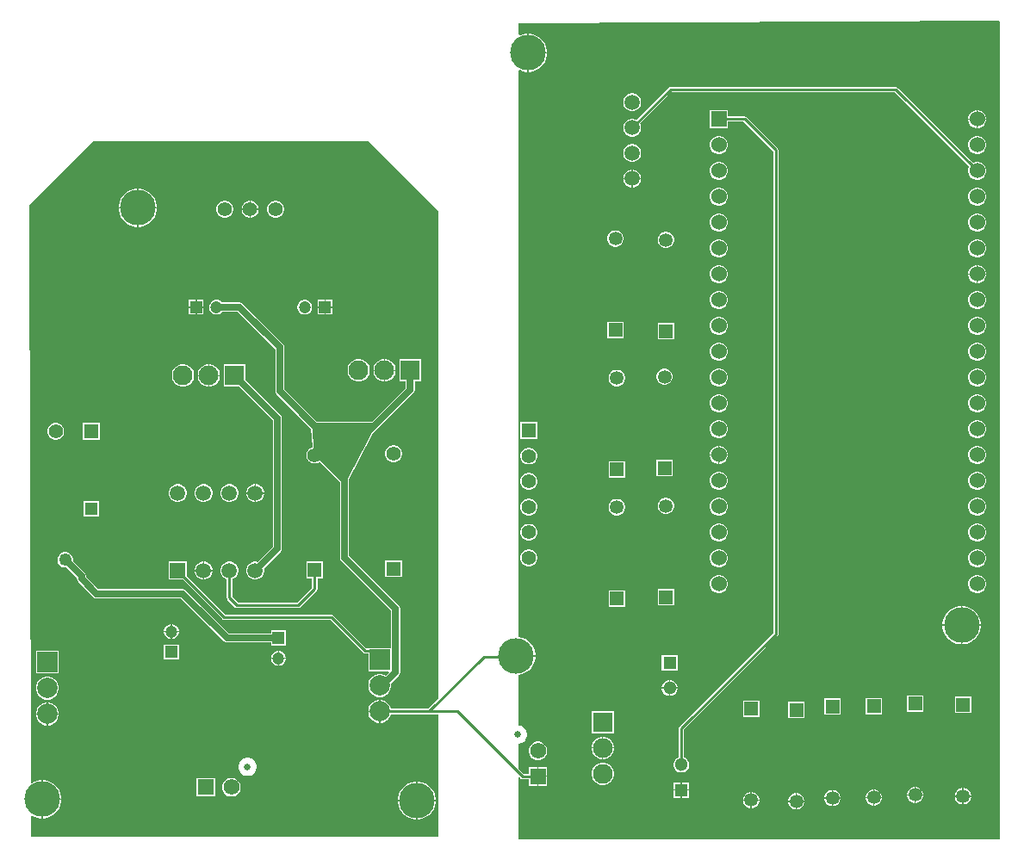
<source format=gbr>
G04*
G04 #@! TF.GenerationSoftware,Altium Limited,Altium Designer,23.8.1 (32)*
G04*
G04 Layer_Physical_Order=2*
G04 Layer_Color=16711680*
%FSLAX44Y44*%
%MOMM*%
G71*
G04*
G04 #@! TF.SameCoordinates,B6B44BCC-8F3F-42C6-BD7A-2A87D95AF342*
G04*
G04*
G04 #@! TF.FilePolarity,Positive*
G04*
G01*
G75*
%ADD16C,0.2540*%
%ADD27R,2.0000X2.0000*%
%ADD28C,2.0000*%
%ADD30R,1.2500X1.2500*%
%ADD31C,1.2500*%
%ADD32R,1.4000X1.4000*%
%ADD33C,1.4000*%
%ADD37R,1.2000X1.2000*%
%ADD38C,1.2000*%
%ADD41R,1.2000X1.2000*%
%ADD46C,0.6350*%
%ADD47R,1.3500X1.3500*%
%ADD48C,1.3500*%
%ADD49C,1.3000*%
%ADD50R,1.3000X1.3000*%
%ADD51R,1.5300X1.5300*%
%ADD52C,1.5300*%
%ADD53C,3.5000*%
%ADD54R,1.9350X1.9350*%
%ADD55C,1.9350*%
%ADD56R,1.4000X1.4000*%
%ADD57R,1.5750X1.5750*%
%ADD58C,1.5750*%
%ADD59C,0.6500*%
%ADD60C,1.5000*%
%ADD61R,1.5000X1.5000*%
%ADD62R,1.9350X1.9350*%
%ADD63R,1.5750X1.5750*%
G36*
X1248911Y1072543D02*
Y267970D01*
X775970D01*
Y328688D01*
X777143Y329174D01*
X777949Y328369D01*
X778789Y327807D01*
X779780Y327610D01*
X785875D01*
Y321055D01*
X794385D01*
Y330200D01*
Y339345D01*
X785875D01*
Y332790D01*
X780853D01*
X775970Y337673D01*
Y362200D01*
X776205D01*
X778494Y362813D01*
X780546Y363998D01*
X782222Y365674D01*
X783407Y367726D01*
X784020Y370015D01*
Y372385D01*
X783407Y374674D01*
X782222Y376726D01*
X780546Y378402D01*
X778494Y379587D01*
X776205Y380200D01*
X775970D01*
Y429926D01*
X779215Y430571D01*
X782631Y431986D01*
X785705Y434040D01*
X788319Y436655D01*
X790374Y439729D01*
X791789Y443145D01*
X792510Y446771D01*
Y447985D01*
X773740D01*
Y449255D01*
X792510D01*
Y450469D01*
X791789Y454095D01*
X790374Y457511D01*
X788319Y460585D01*
X785705Y463200D01*
X782631Y465254D01*
X779215Y466669D01*
X775970Y467314D01*
Y1023829D01*
X777240Y1024678D01*
X779695Y1023661D01*
X783321Y1022940D01*
X784535D01*
Y1041710D01*
Y1060480D01*
X783321D01*
X779695Y1059759D01*
X777240Y1058742D01*
X775970Y1059590D01*
Y1070595D01*
X1248010Y1073438D01*
X1248911Y1072543D01*
D02*
G37*
G36*
X697230Y886460D02*
Y407032D01*
X686697Y396500D01*
X650368D01*
X649897Y398260D01*
X648413Y400830D01*
X646315Y402928D01*
X643745Y404412D01*
X640879Y405180D01*
X640030D01*
Y393910D01*
Y382640D01*
X640879D01*
X643745Y383408D01*
X646315Y384892D01*
X648413Y386990D01*
X649897Y389560D01*
X650368Y391320D01*
X697230D01*
Y270510D01*
X296545D01*
X296501Y291177D01*
X297620Y291777D01*
X298759Y291016D01*
X302175Y289601D01*
X305801Y288880D01*
X307015D01*
Y307650D01*
Y326420D01*
X305801D01*
X302175Y325699D01*
X298759Y324284D01*
X297551Y323476D01*
X296430Y324074D01*
X295211Y892111D01*
X358140Y955040D01*
X628650D01*
X697230Y886460D01*
D02*
G37*
%LPC*%
G36*
X787019Y1060480D02*
X785805D01*
Y1042345D01*
X803940D01*
Y1043559D01*
X803219Y1047185D01*
X801804Y1050601D01*
X799750Y1053675D01*
X797135Y1056290D01*
X794061Y1058344D01*
X790645Y1059759D01*
X787019Y1060480D01*
D02*
G37*
G36*
X803940Y1041075D02*
X785805D01*
Y1022940D01*
X787019D01*
X790645Y1023661D01*
X794061Y1025076D01*
X797135Y1027130D01*
X799750Y1029745D01*
X801804Y1032819D01*
X803219Y1036235D01*
X803940Y1039861D01*
Y1041075D01*
D02*
G37*
G36*
X888885Y1001910D02*
X886575D01*
X884345Y1001312D01*
X882345Y1000158D01*
X880712Y998525D01*
X879558Y996525D01*
X878960Y994295D01*
Y991985D01*
X879558Y989755D01*
X880712Y987755D01*
X882345Y986122D01*
X884345Y984968D01*
X886575Y984370D01*
X888885D01*
X891115Y984968D01*
X893115Y986122D01*
X894748Y987755D01*
X895902Y989755D01*
X896500Y991985D01*
Y994295D01*
X895902Y996525D01*
X894748Y998525D01*
X893115Y1000158D01*
X891115Y1001312D01*
X888885Y1001910D01*
D02*
G37*
G36*
X1227994Y985450D02*
X1227455D01*
Y977165D01*
X1235740D01*
Y977704D01*
X1235132Y979973D01*
X1233958Y982007D01*
X1232297Y983668D01*
X1230263Y984842D01*
X1227994Y985450D01*
D02*
G37*
G36*
X1226185D02*
X1225646D01*
X1223377Y984842D01*
X1221343Y983668D01*
X1219682Y982007D01*
X1218508Y979973D01*
X1217900Y977704D01*
Y977165D01*
X1226185D01*
Y985450D01*
D02*
G37*
G36*
X1235740Y975895D02*
X1227455D01*
Y967610D01*
X1227994D01*
X1230263Y968218D01*
X1232297Y969392D01*
X1233958Y971053D01*
X1235132Y973087D01*
X1235740Y975356D01*
Y975895D01*
D02*
G37*
G36*
X1226185D02*
X1217900D01*
Y975356D01*
X1218508Y973087D01*
X1219682Y971053D01*
X1221343Y969392D01*
X1223377Y968218D01*
X1225646Y967610D01*
X1226185D01*
Y975895D01*
D02*
G37*
G36*
X1227994Y960050D02*
X1225646D01*
X1223377Y959442D01*
X1221343Y958268D01*
X1219682Y956607D01*
X1218508Y954573D01*
X1217900Y952304D01*
Y949956D01*
X1218508Y947687D01*
X1219682Y945653D01*
X1221343Y943992D01*
X1223377Y942818D01*
X1225646Y942210D01*
X1227994D01*
X1230263Y942818D01*
X1232297Y943992D01*
X1233958Y945653D01*
X1235132Y947687D01*
X1235740Y949956D01*
Y952304D01*
X1235132Y954573D01*
X1233958Y956607D01*
X1232297Y958268D01*
X1230263Y959442D01*
X1227994Y960050D01*
D02*
G37*
G36*
X973994D02*
X971646D01*
X969377Y959442D01*
X967343Y958268D01*
X965682Y956607D01*
X964508Y954573D01*
X963900Y952304D01*
Y949956D01*
X964508Y947687D01*
X965682Y945653D01*
X967343Y943992D01*
X969377Y942818D01*
X971646Y942210D01*
X973994D01*
X976263Y942818D01*
X978297Y943992D01*
X979958Y945653D01*
X981132Y947687D01*
X981740Y949956D01*
Y952304D01*
X981132Y954573D01*
X979958Y956607D01*
X978297Y958268D01*
X976263Y959442D01*
X973994Y960050D01*
D02*
G37*
G36*
X888885Y951910D02*
X886575D01*
X884345Y951312D01*
X882345Y950158D01*
X880712Y948525D01*
X879558Y946525D01*
X878960Y944295D01*
Y941985D01*
X879558Y939755D01*
X880712Y937755D01*
X882345Y936122D01*
X884345Y934968D01*
X886575Y934370D01*
X888885D01*
X891115Y934968D01*
X893115Y936122D01*
X894748Y937755D01*
X895902Y939755D01*
X896500Y941985D01*
Y944295D01*
X895902Y946525D01*
X894748Y948525D01*
X893115Y950158D01*
X891115Y951312D01*
X888885Y951910D01*
D02*
G37*
G36*
Y926910D02*
X888365D01*
Y918775D01*
X896500D01*
Y919295D01*
X895902Y921525D01*
X894748Y923525D01*
X893115Y925158D01*
X891115Y926312D01*
X888885Y926910D01*
D02*
G37*
G36*
X887095D02*
X886575D01*
X884345Y926312D01*
X882345Y925158D01*
X880712Y923525D01*
X879558Y921525D01*
X878960Y919295D01*
Y918775D01*
X887095D01*
Y926910D01*
D02*
G37*
G36*
X1146710Y1008430D02*
X925430D01*
X924439Y1008233D01*
X923599Y1007671D01*
X891828Y975901D01*
X891115Y976312D01*
X888885Y976910D01*
X886575D01*
X884345Y976312D01*
X882345Y975158D01*
X880712Y973525D01*
X879558Y971525D01*
X878960Y969295D01*
Y966985D01*
X879558Y964755D01*
X880712Y962755D01*
X882345Y961122D01*
X884345Y959968D01*
X886575Y959370D01*
X888885D01*
X891115Y959968D01*
X893115Y961122D01*
X894748Y962755D01*
X895902Y964755D01*
X896500Y966985D01*
Y969295D01*
X895902Y971525D01*
X895491Y972238D01*
X926503Y1003250D01*
X1145637D01*
X1218950Y929938D01*
X1218508Y929173D01*
X1217900Y926904D01*
Y924556D01*
X1218508Y922287D01*
X1219682Y920253D01*
X1221343Y918592D01*
X1223377Y917418D01*
X1225646Y916810D01*
X1227994D01*
X1230263Y917418D01*
X1232297Y918592D01*
X1233958Y920253D01*
X1235132Y922287D01*
X1235740Y924556D01*
Y926904D01*
X1235132Y929173D01*
X1233958Y931207D01*
X1232297Y932868D01*
X1230263Y934042D01*
X1227994Y934650D01*
X1225646D01*
X1223377Y934042D01*
X1222612Y933600D01*
X1148541Y1007671D01*
X1147701Y1008233D01*
X1146710Y1008430D01*
D02*
G37*
G36*
X973994Y934650D02*
X971646D01*
X969377Y934042D01*
X967343Y932868D01*
X965682Y931207D01*
X964508Y929173D01*
X963900Y926904D01*
Y924556D01*
X964508Y922287D01*
X965682Y920253D01*
X967343Y918592D01*
X969377Y917418D01*
X971646Y916810D01*
X973994D01*
X976263Y917418D01*
X978297Y918592D01*
X979958Y920253D01*
X981132Y922287D01*
X981740Y924556D01*
Y926904D01*
X981132Y929173D01*
X979958Y931207D01*
X978297Y932868D01*
X976263Y934042D01*
X973994Y934650D01*
D02*
G37*
G36*
X896500Y917505D02*
X888365D01*
Y909370D01*
X888885D01*
X891115Y909968D01*
X893115Y911122D01*
X894748Y912755D01*
X895902Y914755D01*
X896500Y916985D01*
Y917505D01*
D02*
G37*
G36*
X887095D02*
X878960D01*
Y916985D01*
X879558Y914755D01*
X880712Y912755D01*
X882345Y911122D01*
X884345Y909968D01*
X886575Y909370D01*
X887095D01*
Y917505D01*
D02*
G37*
G36*
X1227994Y909250D02*
X1225646D01*
X1223377Y908642D01*
X1221343Y907468D01*
X1219682Y905807D01*
X1218508Y903773D01*
X1217900Y901504D01*
Y899156D01*
X1218508Y896887D01*
X1219682Y894853D01*
X1221343Y893192D01*
X1223377Y892018D01*
X1225646Y891410D01*
X1227994D01*
X1230263Y892018D01*
X1232297Y893192D01*
X1233958Y894853D01*
X1235132Y896887D01*
X1235740Y899156D01*
Y901504D01*
X1235132Y903773D01*
X1233958Y905807D01*
X1232297Y907468D01*
X1230263Y908642D01*
X1227994Y909250D01*
D02*
G37*
G36*
X973994D02*
X971646D01*
X969377Y908642D01*
X967343Y907468D01*
X965682Y905807D01*
X964508Y903773D01*
X963900Y901504D01*
Y899156D01*
X964508Y896887D01*
X965682Y894853D01*
X967343Y893192D01*
X969377Y892018D01*
X971646Y891410D01*
X973994D01*
X976263Y892018D01*
X978297Y893192D01*
X979958Y894853D01*
X981132Y896887D01*
X981740Y899156D01*
Y901504D01*
X981132Y903773D01*
X979958Y905807D01*
X978297Y907468D01*
X976263Y908642D01*
X973994Y909250D01*
D02*
G37*
G36*
X1227994Y883850D02*
X1225646D01*
X1223377Y883242D01*
X1221343Y882068D01*
X1219682Y880407D01*
X1218508Y878373D01*
X1217900Y876104D01*
Y873756D01*
X1218508Y871487D01*
X1219682Y869453D01*
X1221343Y867792D01*
X1223377Y866618D01*
X1225646Y866010D01*
X1227994D01*
X1230263Y866618D01*
X1232297Y867792D01*
X1233958Y869453D01*
X1235132Y871487D01*
X1235740Y873756D01*
Y876104D01*
X1235132Y878373D01*
X1233958Y880407D01*
X1232297Y882068D01*
X1230263Y883242D01*
X1227994Y883850D01*
D02*
G37*
G36*
X973994D02*
X971646D01*
X969377Y883242D01*
X967343Y882068D01*
X965682Y880407D01*
X964508Y878373D01*
X963900Y876104D01*
Y873756D01*
X964508Y871487D01*
X965682Y869453D01*
X967343Y867792D01*
X969377Y866618D01*
X971646Y866010D01*
X973994D01*
X976263Y866618D01*
X978297Y867792D01*
X979958Y869453D01*
X981132Y871487D01*
X981740Y873756D01*
Y876104D01*
X981132Y878373D01*
X979958Y880407D01*
X978297Y882068D01*
X976263Y883242D01*
X973994Y883850D01*
D02*
G37*
G36*
X872276Y867090D02*
X870164D01*
X868124Y866544D01*
X866296Y865488D01*
X864802Y863994D01*
X863746Y862166D01*
X863200Y860126D01*
Y858014D01*
X863746Y855974D01*
X864802Y854146D01*
X866296Y852652D01*
X868124Y851597D01*
X870164Y851050D01*
X872276D01*
X874316Y851597D01*
X876144Y852652D01*
X877638Y854146D01*
X878693Y855974D01*
X879240Y858014D01*
Y860126D01*
X878693Y862166D01*
X877638Y863994D01*
X876144Y865488D01*
X874316Y866544D01*
X872276Y867090D01*
D02*
G37*
G36*
X921806Y865820D02*
X919694D01*
X917654Y865274D01*
X915826Y864218D01*
X914332Y862724D01*
X913277Y860896D01*
X912730Y858856D01*
Y856744D01*
X913277Y854704D01*
X914332Y852876D01*
X915826Y851382D01*
X917654Y850327D01*
X919694Y849780D01*
X921806D01*
X923846Y850327D01*
X925674Y851382D01*
X927168Y852876D01*
X928223Y854704D01*
X928770Y856744D01*
Y858856D01*
X928223Y860896D01*
X927168Y862724D01*
X925674Y864218D01*
X923846Y865274D01*
X921806Y865820D01*
D02*
G37*
G36*
X1227994Y858450D02*
X1225646D01*
X1223377Y857842D01*
X1221343Y856668D01*
X1219682Y855007D01*
X1218508Y852973D01*
X1217900Y850704D01*
Y848356D01*
X1218508Y846087D01*
X1219682Y844053D01*
X1221343Y842392D01*
X1223377Y841218D01*
X1225646Y840610D01*
X1227994D01*
X1230263Y841218D01*
X1232297Y842392D01*
X1233958Y844053D01*
X1235132Y846087D01*
X1235740Y848356D01*
Y850704D01*
X1235132Y852973D01*
X1233958Y855007D01*
X1232297Y856668D01*
X1230263Y857842D01*
X1227994Y858450D01*
D02*
G37*
G36*
X973994D02*
X971646D01*
X969377Y857842D01*
X967343Y856668D01*
X965682Y855007D01*
X964508Y852973D01*
X963900Y850704D01*
Y848356D01*
X964508Y846087D01*
X965682Y844053D01*
X967343Y842392D01*
X969377Y841218D01*
X971646Y840610D01*
X973994D01*
X976263Y841218D01*
X978297Y842392D01*
X979958Y844053D01*
X981132Y846087D01*
X981740Y848356D01*
Y850704D01*
X981132Y852973D01*
X979958Y855007D01*
X978297Y856668D01*
X976263Y857842D01*
X973994Y858450D01*
D02*
G37*
G36*
X1227994Y833050D02*
X1227455D01*
Y824765D01*
X1235740D01*
Y825304D01*
X1235132Y827573D01*
X1233958Y829607D01*
X1232297Y831268D01*
X1230263Y832442D01*
X1227994Y833050D01*
D02*
G37*
G36*
X1226185D02*
X1225646D01*
X1223377Y832442D01*
X1221343Y831268D01*
X1219682Y829607D01*
X1218508Y827573D01*
X1217900Y825304D01*
Y824765D01*
X1226185D01*
Y833050D01*
D02*
G37*
G36*
X1235740Y823495D02*
X1227455D01*
Y815210D01*
X1227994D01*
X1230263Y815818D01*
X1232297Y816992D01*
X1233958Y818653D01*
X1235132Y820687D01*
X1235740Y822956D01*
Y823495D01*
D02*
G37*
G36*
X1226185D02*
X1217900D01*
Y822956D01*
X1218508Y820687D01*
X1219682Y818653D01*
X1221343Y816992D01*
X1223377Y815818D01*
X1225646Y815210D01*
X1226185D01*
Y823495D01*
D02*
G37*
G36*
X973994Y833050D02*
X971646D01*
X969377Y832442D01*
X967343Y831268D01*
X965682Y829607D01*
X964508Y827573D01*
X963900Y825304D01*
Y822956D01*
X964508Y820687D01*
X965682Y818653D01*
X967343Y816992D01*
X969377Y815818D01*
X971646Y815210D01*
X973994D01*
X976263Y815818D01*
X978297Y816992D01*
X979958Y818653D01*
X981132Y820687D01*
X981740Y822956D01*
Y825304D01*
X981132Y827573D01*
X979958Y829607D01*
X978297Y831268D01*
X976263Y832442D01*
X973994Y833050D01*
D02*
G37*
G36*
X1227994Y807650D02*
X1225646D01*
X1223377Y807042D01*
X1221343Y805868D01*
X1219682Y804207D01*
X1218508Y802173D01*
X1217900Y799904D01*
Y797556D01*
X1218508Y795287D01*
X1219682Y793253D01*
X1221343Y791592D01*
X1223377Y790418D01*
X1225646Y789810D01*
X1227994D01*
X1230263Y790418D01*
X1232297Y791592D01*
X1233958Y793253D01*
X1235132Y795287D01*
X1235740Y797556D01*
Y799904D01*
X1235132Y802173D01*
X1233958Y804207D01*
X1232297Y805868D01*
X1230263Y807042D01*
X1227994Y807650D01*
D02*
G37*
G36*
X973994D02*
X971646D01*
X969377Y807042D01*
X967343Y805868D01*
X965682Y804207D01*
X964508Y802173D01*
X963900Y799904D01*
Y797556D01*
X964508Y795287D01*
X965682Y793253D01*
X967343Y791592D01*
X969377Y790418D01*
X971646Y789810D01*
X973994D01*
X976263Y790418D01*
X978297Y791592D01*
X979958Y793253D01*
X981132Y795287D01*
X981740Y797556D01*
Y799904D01*
X981132Y802173D01*
X979958Y804207D01*
X978297Y805868D01*
X976263Y807042D01*
X973994Y807650D01*
D02*
G37*
G36*
X1227994Y782250D02*
X1225646D01*
X1223377Y781642D01*
X1221343Y780468D01*
X1219682Y778807D01*
X1218508Y776773D01*
X1217900Y774504D01*
Y772156D01*
X1218508Y769887D01*
X1219682Y767853D01*
X1221343Y766192D01*
X1223377Y765018D01*
X1225646Y764410D01*
X1227994D01*
X1230263Y765018D01*
X1232297Y766192D01*
X1233958Y767853D01*
X1235132Y769887D01*
X1235740Y772156D01*
Y774504D01*
X1235132Y776773D01*
X1233958Y778807D01*
X1232297Y780468D01*
X1230263Y781642D01*
X1227994Y782250D01*
D02*
G37*
G36*
X973994D02*
X971646D01*
X969377Y781642D01*
X967343Y780468D01*
X965682Y778807D01*
X964508Y776773D01*
X963900Y774504D01*
Y772156D01*
X964508Y769887D01*
X965682Y767853D01*
X967343Y766192D01*
X969377Y765018D01*
X971646Y764410D01*
X973994D01*
X976263Y765018D01*
X978297Y766192D01*
X979958Y767853D01*
X981132Y769887D01*
X981740Y772156D01*
Y774504D01*
X981132Y776773D01*
X979958Y778807D01*
X978297Y780468D01*
X976263Y781642D01*
X973994Y782250D01*
D02*
G37*
G36*
X879240Y777090D02*
X863200D01*
Y761050D01*
X879240D01*
Y777090D01*
D02*
G37*
G36*
X928770Y775820D02*
X912730D01*
Y759780D01*
X928770D01*
Y775820D01*
D02*
G37*
G36*
X1227994Y756850D02*
X1225646D01*
X1223377Y756242D01*
X1221343Y755068D01*
X1219682Y753407D01*
X1218508Y751373D01*
X1217900Y749104D01*
Y746756D01*
X1218508Y744487D01*
X1219682Y742453D01*
X1221343Y740792D01*
X1223377Y739618D01*
X1225646Y739010D01*
X1227994D01*
X1230263Y739618D01*
X1232297Y740792D01*
X1233958Y742453D01*
X1235132Y744487D01*
X1235740Y746756D01*
Y749104D01*
X1235132Y751373D01*
X1233958Y753407D01*
X1232297Y755068D01*
X1230263Y756242D01*
X1227994Y756850D01*
D02*
G37*
G36*
X973994D02*
X971646D01*
X969377Y756242D01*
X967343Y755068D01*
X965682Y753407D01*
X964508Y751373D01*
X963900Y749104D01*
Y746756D01*
X964508Y744487D01*
X965682Y742453D01*
X967343Y740792D01*
X969377Y739618D01*
X971646Y739010D01*
X973994D01*
X976263Y739618D01*
X978297Y740792D01*
X979958Y742453D01*
X981132Y744487D01*
X981740Y746756D01*
Y749104D01*
X981132Y751373D01*
X979958Y753407D01*
X978297Y755068D01*
X976263Y756242D01*
X973994Y756850D01*
D02*
G37*
G36*
X920536Y731200D02*
X918424D01*
X916384Y730654D01*
X914556Y729598D01*
X913062Y728104D01*
X912007Y726276D01*
X911460Y724236D01*
Y722124D01*
X912007Y720084D01*
X913062Y718256D01*
X914556Y716762D01*
X916384Y715706D01*
X918424Y715160D01*
X920536D01*
X922576Y715706D01*
X924404Y716762D01*
X925898Y718256D01*
X926954Y720084D01*
X927500Y722124D01*
Y724236D01*
X926954Y726276D01*
X925898Y728104D01*
X924404Y729598D01*
X922576Y730654D01*
X920536Y731200D01*
D02*
G37*
G36*
X873546Y729930D02*
X871434D01*
X869394Y729383D01*
X867566Y728328D01*
X866072Y726834D01*
X865016Y725006D01*
X864470Y722966D01*
Y720854D01*
X865016Y718814D01*
X866072Y716986D01*
X867566Y715492D01*
X869394Y714436D01*
X871434Y713890D01*
X873546D01*
X875586Y714436D01*
X877414Y715492D01*
X878908Y716986D01*
X879964Y718814D01*
X880510Y720854D01*
Y722966D01*
X879964Y725006D01*
X878908Y726834D01*
X877414Y728328D01*
X875586Y729383D01*
X873546Y729930D01*
D02*
G37*
G36*
X1227994Y731450D02*
X1225646D01*
X1223377Y730842D01*
X1221343Y729668D01*
X1219682Y728007D01*
X1218508Y725973D01*
X1217900Y723704D01*
Y721356D01*
X1218508Y719087D01*
X1219682Y717053D01*
X1221343Y715392D01*
X1223377Y714218D01*
X1225646Y713610D01*
X1227994D01*
X1230263Y714218D01*
X1232297Y715392D01*
X1233958Y717053D01*
X1235132Y719087D01*
X1235740Y721356D01*
Y723704D01*
X1235132Y725973D01*
X1233958Y728007D01*
X1232297Y729668D01*
X1230263Y730842D01*
X1227994Y731450D01*
D02*
G37*
G36*
X973994D02*
X971646D01*
X969377Y730842D01*
X967343Y729668D01*
X965682Y728007D01*
X964508Y725973D01*
X963900Y723704D01*
Y721356D01*
X964508Y719087D01*
X965682Y717053D01*
X967343Y715392D01*
X969377Y714218D01*
X971646Y713610D01*
X973994D01*
X976263Y714218D01*
X978297Y715392D01*
X979958Y717053D01*
X981132Y719087D01*
X981740Y721356D01*
Y723704D01*
X981132Y725973D01*
X979958Y728007D01*
X978297Y729668D01*
X976263Y730842D01*
X973994Y731450D01*
D02*
G37*
G36*
X1227994Y706050D02*
X1225646D01*
X1223377Y705442D01*
X1221343Y704268D01*
X1219682Y702607D01*
X1218508Y700573D01*
X1217900Y698304D01*
Y695956D01*
X1218508Y693687D01*
X1219682Y691653D01*
X1221343Y689992D01*
X1223377Y688818D01*
X1225646Y688210D01*
X1227994D01*
X1230263Y688818D01*
X1232297Y689992D01*
X1233958Y691653D01*
X1235132Y693687D01*
X1235740Y695956D01*
Y698304D01*
X1235132Y700573D01*
X1233958Y702607D01*
X1232297Y704268D01*
X1230263Y705442D01*
X1227994Y706050D01*
D02*
G37*
G36*
X973994D02*
X971646D01*
X969377Y705442D01*
X967343Y704268D01*
X965682Y702607D01*
X964508Y700573D01*
X963900Y698304D01*
Y695956D01*
X964508Y693687D01*
X965682Y691653D01*
X967343Y689992D01*
X969377Y688818D01*
X971646Y688210D01*
X973994D01*
X976263Y688818D01*
X978297Y689992D01*
X979958Y691653D01*
X981132Y693687D01*
X981740Y695956D01*
Y698304D01*
X981132Y700573D01*
X979958Y702607D01*
X978297Y704268D01*
X976263Y705442D01*
X973994Y706050D01*
D02*
G37*
G36*
X1227994Y680650D02*
X1225646D01*
X1223377Y680042D01*
X1221343Y678868D01*
X1219682Y677207D01*
X1218508Y675173D01*
X1217900Y672904D01*
Y670556D01*
X1218508Y668287D01*
X1219682Y666253D01*
X1221343Y664592D01*
X1223377Y663418D01*
X1225646Y662810D01*
X1227994D01*
X1230263Y663418D01*
X1232297Y664592D01*
X1233958Y666253D01*
X1235132Y668287D01*
X1235740Y670556D01*
Y672904D01*
X1235132Y675173D01*
X1233958Y677207D01*
X1232297Y678868D01*
X1230263Y680042D01*
X1227994Y680650D01*
D02*
G37*
G36*
X973994D02*
X971646D01*
X969377Y680042D01*
X967343Y678868D01*
X965682Y677207D01*
X964508Y675173D01*
X963900Y672904D01*
Y670556D01*
X964508Y668287D01*
X965682Y666253D01*
X967343Y664592D01*
X969377Y663418D01*
X971646Y662810D01*
X973994D01*
X976263Y663418D01*
X978297Y664592D01*
X979958Y666253D01*
X981132Y668287D01*
X981740Y670556D01*
Y672904D01*
X981132Y675173D01*
X979958Y677207D01*
X978297Y678868D01*
X976263Y680042D01*
X973994Y680650D01*
D02*
G37*
G36*
X794400Y678430D02*
X777860D01*
Y661890D01*
X794400D01*
Y678430D01*
D02*
G37*
G36*
X973994Y655250D02*
X973455D01*
Y646965D01*
X981740D01*
Y647504D01*
X981132Y649773D01*
X979958Y651807D01*
X978297Y653468D01*
X976263Y654642D01*
X973994Y655250D01*
D02*
G37*
G36*
X972185D02*
X971646D01*
X969377Y654642D01*
X967343Y653468D01*
X965682Y651807D01*
X964508Y649773D01*
X963900Y647504D01*
Y646965D01*
X972185D01*
Y655250D01*
D02*
G37*
G36*
X1227994D02*
X1225646D01*
X1223377Y654642D01*
X1221343Y653468D01*
X1219682Y651807D01*
X1218508Y649773D01*
X1217900Y647504D01*
Y645156D01*
X1218508Y642887D01*
X1219682Y640853D01*
X1221343Y639192D01*
X1223377Y638018D01*
X1225646Y637410D01*
X1227994D01*
X1230263Y638018D01*
X1232297Y639192D01*
X1233958Y640853D01*
X1235132Y642887D01*
X1235740Y645156D01*
Y647504D01*
X1235132Y649773D01*
X1233958Y651807D01*
X1232297Y653468D01*
X1230263Y654642D01*
X1227994Y655250D01*
D02*
G37*
G36*
X981740Y645695D02*
X973455D01*
Y637410D01*
X973994D01*
X976263Y638018D01*
X978297Y639192D01*
X979958Y640853D01*
X981132Y642887D01*
X981740Y645156D01*
Y645695D01*
D02*
G37*
G36*
X972185D02*
X963900D01*
Y645156D01*
X964508Y642887D01*
X965682Y640853D01*
X967343Y639192D01*
X969377Y638018D01*
X971646Y637410D01*
X972185D01*
Y645695D01*
D02*
G37*
G36*
X787219Y653430D02*
X785041D01*
X782938Y652866D01*
X781052Y651778D01*
X779512Y650238D01*
X778424Y648352D01*
X777860Y646249D01*
Y644071D01*
X778424Y641968D01*
X779512Y640082D01*
X781052Y638542D01*
X782938Y637454D01*
X785041Y636890D01*
X787219D01*
X789322Y637454D01*
X791208Y638542D01*
X792748Y640082D01*
X793836Y641968D01*
X794400Y644071D01*
Y646249D01*
X793836Y648352D01*
X792748Y650238D01*
X791208Y651778D01*
X789322Y652866D01*
X787219Y653430D01*
D02*
G37*
G36*
X927500Y641200D02*
X911460D01*
Y625160D01*
X927500D01*
Y641200D01*
D02*
G37*
G36*
X880510Y639930D02*
X864470D01*
Y623890D01*
X880510D01*
Y639930D01*
D02*
G37*
G36*
X1227994Y629850D02*
X1225646D01*
X1223377Y629242D01*
X1221343Y628068D01*
X1219682Y626407D01*
X1218508Y624373D01*
X1217900Y622104D01*
Y619756D01*
X1218508Y617487D01*
X1219682Y615453D01*
X1221343Y613792D01*
X1223377Y612618D01*
X1225646Y612010D01*
X1227994D01*
X1230263Y612618D01*
X1232297Y613792D01*
X1233958Y615453D01*
X1235132Y617487D01*
X1235740Y619756D01*
Y622104D01*
X1235132Y624373D01*
X1233958Y626407D01*
X1232297Y628068D01*
X1230263Y629242D01*
X1227994Y629850D01*
D02*
G37*
G36*
X973994D02*
X971646D01*
X969377Y629242D01*
X967343Y628068D01*
X965682Y626407D01*
X964508Y624373D01*
X963900Y622104D01*
Y619756D01*
X964508Y617487D01*
X965682Y615453D01*
X967343Y613792D01*
X969377Y612618D01*
X971646Y612010D01*
X973994D01*
X976263Y612618D01*
X978297Y613792D01*
X979958Y615453D01*
X981132Y617487D01*
X981740Y619756D01*
Y622104D01*
X981132Y624373D01*
X979958Y626407D01*
X978297Y628068D01*
X976263Y629242D01*
X973994Y629850D01*
D02*
G37*
G36*
X787219Y628430D02*
X785041D01*
X782938Y627866D01*
X781052Y626778D01*
X779512Y625238D01*
X778424Y623352D01*
X777860Y621249D01*
Y619071D01*
X778424Y616968D01*
X779512Y615082D01*
X781052Y613542D01*
X782938Y612454D01*
X785041Y611890D01*
X787219D01*
X789322Y612454D01*
X791208Y613542D01*
X792748Y615082D01*
X793836Y616968D01*
X794400Y619071D01*
Y621249D01*
X793836Y623352D01*
X792748Y625238D01*
X791208Y626778D01*
X789322Y627866D01*
X787219Y628430D01*
D02*
G37*
G36*
X921806Y604200D02*
X919694D01*
X917654Y603653D01*
X915826Y602598D01*
X914332Y601104D01*
X913277Y599276D01*
X912730Y597236D01*
Y595124D01*
X913277Y593084D01*
X914332Y591256D01*
X915826Y589762D01*
X917654Y588707D01*
X919694Y588160D01*
X921806D01*
X923846Y588707D01*
X925674Y589762D01*
X927168Y591256D01*
X928223Y593084D01*
X928770Y595124D01*
Y597236D01*
X928223Y599276D01*
X927168Y601104D01*
X925674Y602598D01*
X923846Y603653D01*
X921806Y604200D01*
D02*
G37*
G36*
X873546Y602930D02*
X871434D01*
X869394Y602383D01*
X867566Y601328D01*
X866072Y599834D01*
X865016Y598006D01*
X864470Y595966D01*
Y593854D01*
X865016Y591814D01*
X866072Y589986D01*
X867566Y588492D01*
X869394Y587436D01*
X871434Y586890D01*
X873546D01*
X875586Y587436D01*
X877414Y588492D01*
X878908Y589986D01*
X879964Y591814D01*
X880510Y593854D01*
Y595966D01*
X879964Y598006D01*
X878908Y599834D01*
X877414Y601328D01*
X875586Y602383D01*
X873546Y602930D01*
D02*
G37*
G36*
X787219Y603430D02*
X785041D01*
X782938Y602866D01*
X781052Y601778D01*
X779512Y600238D01*
X778424Y598352D01*
X777860Y596249D01*
Y594071D01*
X778424Y591968D01*
X779512Y590082D01*
X781052Y588542D01*
X782938Y587454D01*
X785041Y586890D01*
X787219D01*
X789322Y587454D01*
X791208Y588542D01*
X792748Y590082D01*
X793836Y591968D01*
X794400Y594071D01*
Y596249D01*
X793836Y598352D01*
X792748Y600238D01*
X791208Y601778D01*
X789322Y602866D01*
X787219Y603430D01*
D02*
G37*
G36*
X1227994Y604450D02*
X1225646D01*
X1223377Y603842D01*
X1221343Y602668D01*
X1219682Y601007D01*
X1218508Y598973D01*
X1217900Y596704D01*
Y594356D01*
X1218508Y592087D01*
X1219682Y590053D01*
X1221343Y588392D01*
X1223377Y587218D01*
X1225646Y586610D01*
X1227994D01*
X1230263Y587218D01*
X1232297Y588392D01*
X1233958Y590053D01*
X1235132Y592087D01*
X1235740Y594356D01*
Y596704D01*
X1235132Y598973D01*
X1233958Y601007D01*
X1232297Y602668D01*
X1230263Y603842D01*
X1227994Y604450D01*
D02*
G37*
G36*
X973994D02*
X971646D01*
X969377Y603842D01*
X967343Y602668D01*
X965682Y601007D01*
X964508Y598973D01*
X963900Y596704D01*
Y594356D01*
X964508Y592087D01*
X965682Y590053D01*
X967343Y588392D01*
X969377Y587218D01*
X971646Y586610D01*
X973994D01*
X976263Y587218D01*
X978297Y588392D01*
X979958Y590053D01*
X981132Y592087D01*
X981740Y594356D01*
Y596704D01*
X981132Y598973D01*
X979958Y601007D01*
X978297Y602668D01*
X976263Y603842D01*
X973994Y604450D01*
D02*
G37*
G36*
X787219Y578430D02*
X785041D01*
X782938Y577866D01*
X781052Y576778D01*
X779512Y575238D01*
X778424Y573352D01*
X777860Y571249D01*
Y569071D01*
X778424Y566968D01*
X779512Y565082D01*
X781052Y563542D01*
X782938Y562454D01*
X785041Y561890D01*
X787219D01*
X789322Y562454D01*
X791208Y563542D01*
X792748Y565082D01*
X793836Y566968D01*
X794400Y569071D01*
Y571249D01*
X793836Y573352D01*
X792748Y575238D01*
X791208Y576778D01*
X789322Y577866D01*
X787219Y578430D01*
D02*
G37*
G36*
X1227994Y579050D02*
X1225646D01*
X1223377Y578442D01*
X1221343Y577268D01*
X1219682Y575607D01*
X1218508Y573573D01*
X1217900Y571304D01*
Y568956D01*
X1218508Y566687D01*
X1219682Y564653D01*
X1221343Y562992D01*
X1223377Y561818D01*
X1225646Y561210D01*
X1227994D01*
X1230263Y561818D01*
X1232297Y562992D01*
X1233958Y564653D01*
X1235132Y566687D01*
X1235740Y568956D01*
Y571304D01*
X1235132Y573573D01*
X1233958Y575607D01*
X1232297Y577268D01*
X1230263Y578442D01*
X1227994Y579050D01*
D02*
G37*
G36*
X973994D02*
X971646D01*
X969377Y578442D01*
X967343Y577268D01*
X965682Y575607D01*
X964508Y573573D01*
X963900Y571304D01*
Y568956D01*
X964508Y566687D01*
X965682Y564653D01*
X967343Y562992D01*
X969377Y561818D01*
X971646Y561210D01*
X973994D01*
X976263Y561818D01*
X978297Y562992D01*
X979958Y564653D01*
X981132Y566687D01*
X981740Y568956D01*
Y571304D01*
X981132Y573573D01*
X979958Y575607D01*
X978297Y577268D01*
X976263Y578442D01*
X973994Y579050D01*
D02*
G37*
G36*
X787219Y553430D02*
X785041D01*
X782938Y552866D01*
X781052Y551778D01*
X779512Y550238D01*
X778424Y548352D01*
X777860Y546249D01*
Y544071D01*
X778424Y541968D01*
X779512Y540082D01*
X781052Y538542D01*
X782938Y537454D01*
X785041Y536890D01*
X787219D01*
X789322Y537454D01*
X791208Y538542D01*
X792748Y540082D01*
X793836Y541968D01*
X794400Y544071D01*
Y546249D01*
X793836Y548352D01*
X792748Y550238D01*
X791208Y551778D01*
X789322Y552866D01*
X787219Y553430D01*
D02*
G37*
G36*
X1227994Y553650D02*
X1225646D01*
X1223377Y553042D01*
X1221343Y551868D01*
X1219682Y550207D01*
X1218508Y548173D01*
X1217900Y545904D01*
Y543556D01*
X1218508Y541287D01*
X1219682Y539253D01*
X1221343Y537592D01*
X1223377Y536418D01*
X1225646Y535810D01*
X1227994D01*
X1230263Y536418D01*
X1232297Y537592D01*
X1233958Y539253D01*
X1235132Y541287D01*
X1235740Y543556D01*
Y545904D01*
X1235132Y548173D01*
X1233958Y550207D01*
X1232297Y551868D01*
X1230263Y553042D01*
X1227994Y553650D01*
D02*
G37*
G36*
X973994D02*
X971646D01*
X969377Y553042D01*
X967343Y551868D01*
X965682Y550207D01*
X964508Y548173D01*
X963900Y545904D01*
Y543556D01*
X964508Y541287D01*
X965682Y539253D01*
X967343Y537592D01*
X969377Y536418D01*
X971646Y535810D01*
X973994D01*
X976263Y536418D01*
X978297Y537592D01*
X979958Y539253D01*
X981132Y541287D01*
X981740Y543556D01*
Y545904D01*
X981132Y548173D01*
X979958Y550207D01*
X978297Y551868D01*
X976263Y553042D01*
X973994Y553650D01*
D02*
G37*
G36*
X1227994Y528250D02*
X1225646D01*
X1223377Y527642D01*
X1221343Y526468D01*
X1219682Y524807D01*
X1218508Y522773D01*
X1217900Y520504D01*
Y518156D01*
X1218508Y515887D01*
X1219682Y513853D01*
X1221343Y512192D01*
X1223377Y511018D01*
X1225646Y510410D01*
X1227994D01*
X1230263Y511018D01*
X1232297Y512192D01*
X1233958Y513853D01*
X1235132Y515887D01*
X1235740Y518156D01*
Y520504D01*
X1235132Y522773D01*
X1233958Y524807D01*
X1232297Y526468D01*
X1230263Y527642D01*
X1227994Y528250D01*
D02*
G37*
G36*
X973994D02*
X971646D01*
X969377Y527642D01*
X967343Y526468D01*
X965682Y524807D01*
X964508Y522773D01*
X963900Y520504D01*
Y518156D01*
X964508Y515887D01*
X965682Y513853D01*
X967343Y512192D01*
X969377Y511018D01*
X971646Y510410D01*
X973994D01*
X976263Y511018D01*
X978297Y512192D01*
X979958Y513853D01*
X981132Y515887D01*
X981740Y518156D01*
Y520504D01*
X981132Y522773D01*
X979958Y524807D01*
X978297Y526468D01*
X976263Y527642D01*
X973994Y528250D01*
D02*
G37*
G36*
X928770Y514200D02*
X912730D01*
Y498160D01*
X928770D01*
Y514200D01*
D02*
G37*
G36*
X880510Y512930D02*
X864470D01*
Y496890D01*
X880510D01*
Y512930D01*
D02*
G37*
G36*
X1213429Y497560D02*
X1212215D01*
Y479425D01*
X1230350D01*
Y480639D01*
X1229629Y484265D01*
X1228214Y487681D01*
X1226160Y490755D01*
X1223545Y493370D01*
X1220471Y495424D01*
X1217055Y496839D01*
X1213429Y497560D01*
D02*
G37*
G36*
X1210945D02*
X1209731D01*
X1206105Y496839D01*
X1202689Y495424D01*
X1199615Y493370D01*
X1197000Y490755D01*
X1194946Y487681D01*
X1193531Y484265D01*
X1192810Y480639D01*
Y479425D01*
X1210945D01*
Y497560D01*
D02*
G37*
G36*
X1230350Y478155D02*
X1212215D01*
Y460020D01*
X1213429D01*
X1217055Y460741D01*
X1220471Y462156D01*
X1223545Y464210D01*
X1226160Y466825D01*
X1228214Y469899D01*
X1229629Y473315D01*
X1230350Y476941D01*
Y478155D01*
D02*
G37*
G36*
X1210945D02*
X1192810D01*
Y476941D01*
X1193531Y473315D01*
X1194946Y469899D01*
X1197000Y466825D01*
X1199615Y464210D01*
X1202689Y462156D01*
X1206105Y460741D01*
X1209731Y460020D01*
X1210945D01*
Y478155D01*
D02*
G37*
G36*
X932330Y449730D02*
X916790D01*
Y434190D01*
X932330D01*
Y449730D01*
D02*
G37*
G36*
X925583Y424730D02*
X925195D01*
Y417595D01*
X932330D01*
Y417983D01*
X931801Y419959D01*
X930778Y421731D01*
X929331Y423177D01*
X927559Y424201D01*
X925583Y424730D01*
D02*
G37*
G36*
X923925D02*
X923537D01*
X921561Y424201D01*
X919789Y423177D01*
X918343Y421731D01*
X917319Y419959D01*
X916790Y417983D01*
Y417595D01*
X923925D01*
Y424730D01*
D02*
G37*
G36*
X932330Y416325D02*
X925195D01*
Y409190D01*
X925583D01*
X927559Y409720D01*
X929331Y410742D01*
X930778Y412189D01*
X931801Y413961D01*
X932330Y415937D01*
Y416325D01*
D02*
G37*
G36*
X923925D02*
X916790D01*
Y415937D01*
X917319Y413961D01*
X918343Y412189D01*
X919789Y410742D01*
X921561Y409720D01*
X923537Y409190D01*
X923925D01*
Y416325D01*
D02*
G37*
G36*
X1173880Y409890D02*
X1157840D01*
Y393850D01*
X1173880D01*
Y409890D01*
D02*
G37*
G36*
X1220870Y408620D02*
X1204830D01*
Y392580D01*
X1220870D01*
Y408620D01*
D02*
G37*
G36*
X1133240Y407350D02*
X1117200D01*
Y391310D01*
X1133240D01*
Y407350D01*
D02*
G37*
G36*
X1092600Y406800D02*
X1076560D01*
Y390760D01*
X1092600D01*
Y406800D01*
D02*
G37*
G36*
X1012590Y404810D02*
X996550D01*
Y388770D01*
X1012590D01*
Y404810D01*
D02*
G37*
G36*
X1057040Y403540D02*
X1041000D01*
Y387500D01*
X1057040D01*
Y403540D01*
D02*
G37*
G36*
X869465Y394485D02*
X847575D01*
Y372595D01*
X869465D01*
Y394485D01*
D02*
G37*
G36*
X859961Y369085D02*
X859155D01*
Y358775D01*
X869465D01*
Y359581D01*
X868719Y362365D01*
X867278Y364860D01*
X865240Y366898D01*
X862745Y368339D01*
X859961Y369085D01*
D02*
G37*
G36*
X857885D02*
X857079D01*
X854295Y368339D01*
X851800Y366898D01*
X849762Y364860D01*
X848321Y362365D01*
X847575Y359581D01*
Y358775D01*
X857885D01*
Y369085D01*
D02*
G37*
G36*
X869465Y357505D02*
X859155D01*
Y347195D01*
X859961D01*
X862745Y347941D01*
X865240Y349382D01*
X867278Y351420D01*
X868719Y353915D01*
X869465Y356699D01*
Y357505D01*
D02*
G37*
G36*
X857885D02*
X847575D01*
Y356699D01*
X848321Y353915D01*
X849762Y351420D01*
X851800Y349382D01*
X854295Y347941D01*
X857079Y347195D01*
X857885D01*
Y357505D01*
D02*
G37*
G36*
X796224Y364345D02*
X793816D01*
X791490Y363722D01*
X789405Y362518D01*
X787702Y360815D01*
X786498Y358730D01*
X785875Y356404D01*
Y353996D01*
X786498Y351670D01*
X787702Y349585D01*
X789405Y347882D01*
X791490Y346678D01*
X793816Y346055D01*
X796224D01*
X798550Y346678D01*
X800635Y347882D01*
X802338Y349585D01*
X803542Y351670D01*
X804165Y353996D01*
Y356404D01*
X803542Y358730D01*
X802338Y360815D01*
X800635Y362518D01*
X798550Y363722D01*
X796224Y364345D01*
D02*
G37*
G36*
X981740Y985450D02*
X963900D01*
Y967610D01*
X981740D01*
Y973940D01*
X997147D01*
X1026110Y944977D01*
Y470973D01*
X934159Y379021D01*
X933597Y378181D01*
X933400Y377190D01*
Y348980D01*
X932991Y348871D01*
X931219Y347848D01*
X929772Y346401D01*
X928749Y344629D01*
X928220Y342653D01*
Y340607D01*
X928749Y338631D01*
X929772Y336859D01*
X931219Y335412D01*
X932991Y334389D01*
X934967Y333860D01*
X937013D01*
X938989Y334389D01*
X940761Y335412D01*
X942207Y336859D01*
X943231Y338631D01*
X943760Y340607D01*
Y342653D01*
X943231Y344629D01*
X942207Y346401D01*
X940761Y347848D01*
X938989Y348871D01*
X938580Y348980D01*
Y376117D01*
X1030531Y468069D01*
X1031093Y468909D01*
X1031290Y469900D01*
Y946050D01*
X1031093Y947041D01*
X1030531Y947881D01*
X1000051Y978361D01*
X999211Y978923D01*
X998220Y979120D01*
X981740D01*
Y985450D01*
D02*
G37*
G36*
X804165Y339345D02*
X795655D01*
Y330835D01*
X804165D01*
Y339345D01*
D02*
G37*
G36*
X859961Y343685D02*
X857079D01*
X854295Y342939D01*
X851800Y341498D01*
X849762Y339460D01*
X848321Y336965D01*
X847575Y334181D01*
Y331299D01*
X848321Y328515D01*
X849762Y326020D01*
X851800Y323982D01*
X854295Y322541D01*
X857079Y321795D01*
X859961D01*
X862745Y322541D01*
X865240Y323982D01*
X867278Y326020D01*
X868719Y328515D01*
X869465Y331299D01*
Y334181D01*
X868719Y336965D01*
X867278Y339460D01*
X865240Y341498D01*
X862745Y342939D01*
X859961Y343685D01*
D02*
G37*
G36*
X804165Y329565D02*
X795655D01*
Y321055D01*
X804165D01*
Y329565D01*
D02*
G37*
G36*
X943760Y324400D02*
X936625D01*
Y317265D01*
X943760D01*
Y324400D01*
D02*
G37*
G36*
X935355D02*
X928220D01*
Y317265D01*
X935355D01*
Y324400D01*
D02*
G37*
G36*
X1166916Y319890D02*
X1166495D01*
Y312505D01*
X1173880D01*
Y312926D01*
X1173334Y314966D01*
X1172278Y316794D01*
X1170784Y318288D01*
X1168956Y319343D01*
X1166916Y319890D01*
D02*
G37*
G36*
X1165225D02*
X1164804D01*
X1162764Y319343D01*
X1160936Y318288D01*
X1159442Y316794D01*
X1158387Y314966D01*
X1157840Y312926D01*
Y312505D01*
X1165225D01*
Y319890D01*
D02*
G37*
G36*
X1213906Y318620D02*
X1213485D01*
Y311235D01*
X1220870D01*
Y311656D01*
X1220323Y313696D01*
X1219268Y315524D01*
X1217774Y317018D01*
X1215946Y318074D01*
X1213906Y318620D01*
D02*
G37*
G36*
X1212215D02*
X1211794D01*
X1209754Y318074D01*
X1207926Y317018D01*
X1206432Y315524D01*
X1205377Y313696D01*
X1204830Y311656D01*
Y311235D01*
X1212215D01*
Y318620D01*
D02*
G37*
G36*
X1126276Y317350D02*
X1125855D01*
Y309965D01*
X1133240D01*
Y310386D01*
X1132693Y312426D01*
X1131638Y314254D01*
X1130144Y315748D01*
X1128316Y316803D01*
X1126276Y317350D01*
D02*
G37*
G36*
X1124585D02*
X1124164D01*
X1122124Y316803D01*
X1120296Y315748D01*
X1118802Y314254D01*
X1117747Y312426D01*
X1117200Y310386D01*
Y309965D01*
X1124585D01*
Y317350D01*
D02*
G37*
G36*
X1085636Y316800D02*
X1085215D01*
Y309415D01*
X1092600D01*
Y309836D01*
X1092054Y311876D01*
X1090998Y313704D01*
X1089504Y315198D01*
X1087676Y316253D01*
X1085636Y316800D01*
D02*
G37*
G36*
X1083945D02*
X1083524D01*
X1081484Y316253D01*
X1079656Y315198D01*
X1078162Y313704D01*
X1077106Y311876D01*
X1076560Y309836D01*
Y309415D01*
X1083945D01*
Y316800D01*
D02*
G37*
G36*
X943760Y315995D02*
X936625D01*
Y308860D01*
X943760D01*
Y315995D01*
D02*
G37*
G36*
X935355D02*
X928220D01*
Y308860D01*
X935355D01*
Y315995D01*
D02*
G37*
G36*
X1005626Y314810D02*
X1005205D01*
Y307425D01*
X1012590D01*
Y307846D01*
X1012044Y309886D01*
X1010988Y311714D01*
X1009494Y313208D01*
X1007666Y314263D01*
X1005626Y314810D01*
D02*
G37*
G36*
X1003935D02*
X1003514D01*
X1001474Y314263D01*
X999646Y313208D01*
X998152Y311714D01*
X997096Y309886D01*
X996550Y307846D01*
Y307425D01*
X1003935D01*
Y314810D01*
D02*
G37*
G36*
X1050076Y313540D02*
X1049655D01*
Y306155D01*
X1057040D01*
Y306576D01*
X1056494Y308616D01*
X1055438Y310444D01*
X1053944Y311938D01*
X1052116Y312994D01*
X1050076Y313540D01*
D02*
G37*
G36*
X1048385D02*
X1047964D01*
X1045924Y312994D01*
X1044096Y311938D01*
X1042602Y310444D01*
X1041546Y308616D01*
X1041000Y306576D01*
Y306155D01*
X1048385D01*
Y313540D01*
D02*
G37*
G36*
X1173880Y311235D02*
X1166495D01*
Y303850D01*
X1166916D01*
X1168956Y304396D01*
X1170784Y305452D01*
X1172278Y306946D01*
X1173334Y308774D01*
X1173880Y310814D01*
Y311235D01*
D02*
G37*
G36*
X1165225D02*
X1157840D01*
Y310814D01*
X1158387Y308774D01*
X1159442Y306946D01*
X1160936Y305452D01*
X1162764Y304396D01*
X1164804Y303850D01*
X1165225D01*
Y311235D01*
D02*
G37*
G36*
X1220870Y309965D02*
X1213485D01*
Y302580D01*
X1213906D01*
X1215946Y303127D01*
X1217774Y304182D01*
X1219268Y305676D01*
X1220323Y307504D01*
X1220870Y309544D01*
Y309965D01*
D02*
G37*
G36*
X1212215D02*
X1204830D01*
Y309544D01*
X1205377Y307504D01*
X1206432Y305676D01*
X1207926Y304182D01*
X1209754Y303127D01*
X1211794Y302580D01*
X1212215D01*
Y309965D01*
D02*
G37*
G36*
X1133240Y308695D02*
X1125855D01*
Y301310D01*
X1126276D01*
X1128316Y301856D01*
X1130144Y302912D01*
X1131638Y304406D01*
X1132693Y306234D01*
X1133240Y308274D01*
Y308695D01*
D02*
G37*
G36*
X1124585D02*
X1117200D01*
Y308274D01*
X1117747Y306234D01*
X1118802Y304406D01*
X1120296Y302912D01*
X1122124Y301856D01*
X1124164Y301310D01*
X1124585D01*
Y308695D01*
D02*
G37*
G36*
X1092600Y308145D02*
X1085215D01*
Y300760D01*
X1085636D01*
X1087676Y301306D01*
X1089504Y302362D01*
X1090998Y303856D01*
X1092054Y305684D01*
X1092600Y307724D01*
Y308145D01*
D02*
G37*
G36*
X1083945D02*
X1076560D01*
Y307724D01*
X1077106Y305684D01*
X1078162Y303856D01*
X1079656Y302362D01*
X1081484Y301306D01*
X1083524Y300760D01*
X1083945D01*
Y308145D01*
D02*
G37*
G36*
X1012590Y306155D02*
X1005205D01*
Y298770D01*
X1005626D01*
X1007666Y299317D01*
X1009494Y300372D01*
X1010988Y301866D01*
X1012044Y303694D01*
X1012590Y305734D01*
Y306155D01*
D02*
G37*
G36*
X1003935D02*
X996550D01*
Y305734D01*
X997096Y303694D01*
X998152Y301866D01*
X999646Y300372D01*
X1001474Y299317D01*
X1003514Y298770D01*
X1003935D01*
Y306155D01*
D02*
G37*
G36*
X1057040Y304885D02*
X1049655D01*
Y297500D01*
X1050076D01*
X1052116Y298046D01*
X1053944Y299102D01*
X1055438Y300596D01*
X1056494Y302424D01*
X1057040Y304464D01*
Y304885D01*
D02*
G37*
G36*
X1048385D02*
X1041000D01*
Y304464D01*
X1041546Y302424D01*
X1042602Y300596D01*
X1044096Y299102D01*
X1045924Y298046D01*
X1047964Y297500D01*
X1048385D01*
Y304885D01*
D02*
G37*
G36*
X403479Y908080D02*
X402265D01*
Y889945D01*
X420400D01*
Y891159D01*
X419679Y894785D01*
X418264Y898201D01*
X416209Y901275D01*
X413595Y903889D01*
X410521Y905944D01*
X407105Y907359D01*
X403479Y908080D01*
D02*
G37*
G36*
X400995D02*
X399781D01*
X396155Y907359D01*
X392739Y905944D01*
X389665Y903889D01*
X387050Y901275D01*
X384996Y898201D01*
X383581Y894785D01*
X382860Y891159D01*
Y889945D01*
X400995D01*
Y908080D01*
D02*
G37*
G36*
X513209Y896310D02*
X512755D01*
Y888675D01*
X520390D01*
Y889129D01*
X519826Y891232D01*
X518737Y893118D01*
X517198Y894658D01*
X515312Y895746D01*
X513209Y896310D01*
D02*
G37*
G36*
X511485D02*
X511031D01*
X508928Y895746D01*
X507042Y894658D01*
X505502Y893118D01*
X504413Y891232D01*
X503850Y889129D01*
Y888675D01*
X511485D01*
Y896310D01*
D02*
G37*
G36*
X538209D02*
X536031D01*
X533928Y895746D01*
X532042Y894658D01*
X530502Y893118D01*
X529414Y891232D01*
X528850Y889129D01*
Y886951D01*
X529414Y884848D01*
X530502Y882962D01*
X532042Y881422D01*
X533928Y880333D01*
X536031Y879770D01*
X538209D01*
X540312Y880333D01*
X542198Y881422D01*
X543738Y882962D01*
X544827Y884848D01*
X545390Y886951D01*
Y889129D01*
X544827Y891232D01*
X543738Y893118D01*
X542198Y894658D01*
X540312Y895746D01*
X538209Y896310D01*
D02*
G37*
G36*
X520390Y887405D02*
X512755D01*
Y879770D01*
X513209D01*
X515312Y880333D01*
X517198Y881422D01*
X518737Y882962D01*
X519826Y884848D01*
X520390Y886951D01*
Y887405D01*
D02*
G37*
G36*
X511485D02*
X503850D01*
Y886951D01*
X504413Y884848D01*
X505502Y882962D01*
X507042Y881422D01*
X508928Y880333D01*
X511031Y879770D01*
X511485D01*
Y887405D01*
D02*
G37*
G36*
X488208Y896310D02*
X486031D01*
X483928Y895746D01*
X482042Y894658D01*
X480502Y893118D01*
X479413Y891232D01*
X478850Y889129D01*
Y886951D01*
X479413Y884848D01*
X480502Y882962D01*
X482042Y881422D01*
X483928Y880333D01*
X486031Y879770D01*
X488208D01*
X490312Y880333D01*
X492198Y881422D01*
X493737Y882962D01*
X494826Y884848D01*
X495390Y886951D01*
Y889129D01*
X494826Y891232D01*
X493737Y893118D01*
X492198Y894658D01*
X490312Y895746D01*
X488208Y896310D01*
D02*
G37*
G36*
X420400Y888675D02*
X402265D01*
Y870540D01*
X403479D01*
X407105Y871261D01*
X410521Y872676D01*
X413595Y874730D01*
X416209Y877345D01*
X418264Y880419D01*
X419679Y883835D01*
X420400Y887461D01*
Y888675D01*
D02*
G37*
G36*
X400995D02*
X382860D01*
Y887461D01*
X383581Y883835D01*
X384996Y880419D01*
X387050Y877345D01*
X389665Y874730D01*
X392739Y872676D01*
X396155Y871261D01*
X399781Y870540D01*
X400995D01*
Y888675D01*
D02*
G37*
G36*
X592890Y798790D02*
X586255D01*
Y792155D01*
X592890D01*
Y798790D01*
D02*
G37*
G36*
X466370D02*
X459735D01*
Y792155D01*
X466370D01*
Y798790D01*
D02*
G37*
G36*
X458465D02*
X451830D01*
Y792155D01*
X458465D01*
Y798790D01*
D02*
G37*
G36*
X584985D02*
X578350D01*
Y792155D01*
X584985D01*
Y798790D01*
D02*
G37*
G36*
X592890Y790885D02*
X586255D01*
Y784250D01*
X592890D01*
Y790885D01*
D02*
G37*
G36*
X584985D02*
X578350D01*
Y784250D01*
X584985D01*
Y790885D01*
D02*
G37*
G36*
X566577Y798790D02*
X564663D01*
X562814Y798294D01*
X561156Y797337D01*
X559803Y795984D01*
X558845Y794326D01*
X558350Y792477D01*
Y790563D01*
X558845Y788714D01*
X559803Y787056D01*
X561156Y785702D01*
X562814Y784745D01*
X564663Y784250D01*
X566577D01*
X568426Y784745D01*
X570084Y785702D01*
X571437Y787056D01*
X572394Y788714D01*
X572890Y790563D01*
Y792477D01*
X572394Y794326D01*
X571437Y795984D01*
X570084Y797337D01*
X568426Y798294D01*
X566577Y798790D01*
D02*
G37*
G36*
X466370Y790885D02*
X459735D01*
Y784250D01*
X466370D01*
Y790885D01*
D02*
G37*
G36*
X458465D02*
X451830D01*
Y784250D01*
X458465D01*
Y790885D01*
D02*
G37*
G36*
X645641Y740235D02*
X644835D01*
Y729925D01*
X655145D01*
Y730731D01*
X654399Y733514D01*
X652958Y736010D01*
X650920Y738048D01*
X648425Y739489D01*
X645641Y740235D01*
D02*
G37*
G36*
X643565D02*
X642759D01*
X639975Y739489D01*
X637480Y738048D01*
X635442Y736010D01*
X634001Y733514D01*
X633255Y730731D01*
Y729925D01*
X643565D01*
Y740235D01*
D02*
G37*
G36*
X472921Y735155D02*
X472115D01*
Y724845D01*
X482425D01*
Y725651D01*
X481679Y728435D01*
X480238Y730930D01*
X478200Y732968D01*
X475704Y734409D01*
X472921Y735155D01*
D02*
G37*
G36*
X470845D02*
X470039D01*
X467255Y734409D01*
X464759Y732968D01*
X462722Y730930D01*
X461281Y728435D01*
X460535Y725651D01*
Y724845D01*
X470845D01*
Y735155D01*
D02*
G37*
G36*
X655145Y728655D02*
X644835D01*
Y718345D01*
X645641D01*
X648425Y719091D01*
X650920Y720532D01*
X652958Y722570D01*
X654399Y725065D01*
X655145Y727849D01*
Y728655D01*
D02*
G37*
G36*
X643565D02*
X633255D01*
Y727849D01*
X634001Y725065D01*
X635442Y722570D01*
X637480Y720532D01*
X639975Y719091D01*
X642759Y718345D01*
X643565D01*
Y728655D01*
D02*
G37*
G36*
X620241Y740235D02*
X617359D01*
X614575Y739489D01*
X612080Y738048D01*
X610042Y736010D01*
X608601Y733514D01*
X607855Y730731D01*
Y727849D01*
X608601Y725065D01*
X610042Y722570D01*
X612080Y720532D01*
X614575Y719091D01*
X617359Y718345D01*
X620241D01*
X623024Y719091D01*
X625520Y720532D01*
X627558Y722570D01*
X628999Y725065D01*
X629745Y727849D01*
Y730731D01*
X628999Y733514D01*
X627558Y736010D01*
X625520Y738048D01*
X623024Y739489D01*
X620241Y740235D01*
D02*
G37*
G36*
X482425Y723575D02*
X472115D01*
Y713265D01*
X472921D01*
X475704Y714011D01*
X478200Y715452D01*
X480238Y717489D01*
X481679Y719985D01*
X482425Y722769D01*
Y723575D01*
D02*
G37*
G36*
X470845D02*
X460535D01*
Y722769D01*
X461281Y719985D01*
X462722Y717489D01*
X464759Y715452D01*
X467255Y714011D01*
X470039Y713265D01*
X470845D01*
Y723575D01*
D02*
G37*
G36*
X447521Y735155D02*
X444639D01*
X441855Y734409D01*
X439360Y732968D01*
X437322Y730930D01*
X435881Y728435D01*
X435135Y725651D01*
Y722769D01*
X435881Y719985D01*
X437322Y717489D01*
X439360Y715452D01*
X441855Y714011D01*
X444639Y713265D01*
X447521D01*
X450304Y714011D01*
X452800Y715452D01*
X454838Y717489D01*
X456279Y719985D01*
X457025Y722769D01*
Y725651D01*
X456279Y728435D01*
X454838Y730930D01*
X452800Y732968D01*
X450304Y734409D01*
X447521Y735155D01*
D02*
G37*
G36*
X364180Y677870D02*
X347640D01*
Y661330D01*
X364180D01*
Y677870D01*
D02*
G37*
G36*
X321998D02*
X319821D01*
X317718Y677306D01*
X315832Y676217D01*
X314292Y674678D01*
X313203Y672792D01*
X312640Y670689D01*
Y668511D01*
X313203Y666408D01*
X314292Y664522D01*
X315832Y662982D01*
X317718Y661893D01*
X319821Y661330D01*
X321998D01*
X324102Y661893D01*
X325988Y662982D01*
X327527Y664522D01*
X328616Y666408D01*
X329180Y668511D01*
Y670689D01*
X328616Y672792D01*
X327527Y674678D01*
X325988Y676217D01*
X324102Y677306D01*
X321998Y677870D01*
D02*
G37*
G36*
X654179Y655630D02*
X652001D01*
X649898Y655066D01*
X648012Y653977D01*
X646472Y652438D01*
X645384Y650552D01*
X644820Y648448D01*
Y646271D01*
X645384Y644167D01*
X646472Y642282D01*
X648012Y640742D01*
X649898Y639653D01*
X652001Y639090D01*
X654179D01*
X656282Y639653D01*
X658168Y640742D01*
X659707Y642282D01*
X660796Y644167D01*
X661360Y646271D01*
Y648448D01*
X660796Y650552D01*
X659707Y652438D01*
X658168Y653977D01*
X656282Y655066D01*
X654179Y655630D01*
D02*
G37*
G36*
X518354Y617410D02*
X517835D01*
Y609275D01*
X525970D01*
Y609795D01*
X525372Y612025D01*
X524218Y614025D01*
X522585Y615658D01*
X520585Y616812D01*
X518354Y617410D01*
D02*
G37*
G36*
X516565D02*
X516045D01*
X513815Y616812D01*
X511815Y615658D01*
X510182Y614025D01*
X509028Y612025D01*
X508430Y609795D01*
Y609275D01*
X516565D01*
Y617410D01*
D02*
G37*
G36*
X525970Y608005D02*
X517835D01*
Y599870D01*
X518354D01*
X520585Y600468D01*
X522585Y601622D01*
X524218Y603255D01*
X525372Y605255D01*
X525970Y607485D01*
Y608005D01*
D02*
G37*
G36*
X516565D02*
X508430D01*
Y607485D01*
X509028Y605255D01*
X510182Y603255D01*
X511815Y601622D01*
X513815Y600468D01*
X516045Y599870D01*
X516565D01*
Y608005D01*
D02*
G37*
G36*
X492954Y617410D02*
X490645D01*
X488415Y616812D01*
X486415Y615658D01*
X484782Y614025D01*
X483628Y612025D01*
X483030Y609795D01*
Y607485D01*
X483628Y605255D01*
X484782Y603255D01*
X486415Y601622D01*
X488415Y600468D01*
X490645Y599870D01*
X492954D01*
X495185Y600468D01*
X497185Y601622D01*
X498818Y603255D01*
X499972Y605255D01*
X500570Y607485D01*
Y609795D01*
X499972Y612025D01*
X498818Y614025D01*
X497185Y615658D01*
X495185Y616812D01*
X492954Y617410D01*
D02*
G37*
G36*
X467555D02*
X465245D01*
X463015Y616812D01*
X461015Y615658D01*
X459382Y614025D01*
X458228Y612025D01*
X457630Y609795D01*
Y607485D01*
X458228Y605255D01*
X459382Y603255D01*
X461015Y601622D01*
X463015Y600468D01*
X465245Y599870D01*
X467555D01*
X469785Y600468D01*
X471785Y601622D01*
X473418Y603255D01*
X474572Y605255D01*
X475170Y607485D01*
Y609795D01*
X474572Y612025D01*
X473418Y614025D01*
X471785Y615658D01*
X469785Y616812D01*
X467555Y617410D01*
D02*
G37*
G36*
X442155D02*
X439845D01*
X437615Y616812D01*
X435615Y615658D01*
X433982Y614025D01*
X432828Y612025D01*
X432230Y609795D01*
Y607485D01*
X432828Y605255D01*
X433982Y603255D01*
X435615Y601622D01*
X437615Y600468D01*
X439845Y599870D01*
X442155D01*
X444385Y600468D01*
X446385Y601622D01*
X448018Y603255D01*
X449172Y605255D01*
X449770Y607485D01*
Y609795D01*
X449172Y612025D01*
X448018Y614025D01*
X446385Y615658D01*
X444385Y616812D01*
X442155Y617410D01*
D02*
G37*
G36*
X363730Y600520D02*
X348690D01*
Y585480D01*
X363730D01*
Y600520D01*
D02*
G37*
G36*
X507825Y735155D02*
X485935D01*
Y713265D01*
X501415D01*
X534258Y680423D01*
Y555907D01*
X519306Y540955D01*
X518354Y541210D01*
X516045D01*
X513815Y540612D01*
X511815Y539458D01*
X510182Y537825D01*
X509028Y535825D01*
X508430Y533595D01*
Y531285D01*
X509028Y529055D01*
X510182Y527055D01*
X511815Y525422D01*
X513815Y524268D01*
X516045Y523670D01*
X518354D01*
X520585Y524268D01*
X522585Y525422D01*
X524218Y527055D01*
X525372Y529055D01*
X525970Y531285D01*
Y533595D01*
X525715Y534546D01*
X541995Y550825D01*
X541995Y550825D01*
X542977Y552295D01*
X543322Y554030D01*
X543322Y554030D01*
Y682300D01*
X542977Y684034D01*
X541995Y685505D01*
X541995Y685505D01*
X507825Y719674D01*
Y735155D01*
D02*
G37*
G36*
X467555Y541210D02*
X467035D01*
Y533075D01*
X475170D01*
Y533595D01*
X474572Y535825D01*
X473418Y537825D01*
X471785Y539458D01*
X469785Y540612D01*
X467555Y541210D01*
D02*
G37*
G36*
X465765D02*
X465245D01*
X463015Y540612D01*
X461015Y539458D01*
X459382Y537825D01*
X458228Y535825D01*
X457630Y533595D01*
Y533075D01*
X465765D01*
Y541210D01*
D02*
G37*
G36*
X661360Y542630D02*
X644820D01*
Y526090D01*
X661360D01*
Y542630D01*
D02*
G37*
G36*
X475170Y531805D02*
X467035D01*
Y523670D01*
X467555D01*
X469785Y524268D01*
X471785Y525422D01*
X473418Y527055D01*
X474572Y529055D01*
X475170Y531285D01*
Y531805D01*
D02*
G37*
G36*
X465765D02*
X457630D01*
Y531285D01*
X458228Y529055D01*
X459382Y527055D01*
X461015Y525422D01*
X463015Y524268D01*
X465245Y523670D01*
X465765D01*
Y531805D01*
D02*
G37*
G36*
X583890Y541360D02*
X567350D01*
Y524820D01*
X573030D01*
Y515733D01*
X558037Y500740D01*
X500493D01*
X494390Y506843D01*
Y524054D01*
X495185Y524268D01*
X497185Y525422D01*
X498818Y527055D01*
X499972Y529055D01*
X500570Y531285D01*
Y533595D01*
X499972Y535825D01*
X498818Y537825D01*
X497185Y539458D01*
X495185Y540612D01*
X492954Y541210D01*
X490645D01*
X488415Y540612D01*
X486415Y539458D01*
X484782Y537825D01*
X483628Y535825D01*
X483030Y533595D01*
Y531285D01*
X483628Y529055D01*
X484782Y527055D01*
X486415Y525422D01*
X488415Y524268D01*
X489210Y524054D01*
Y505770D01*
X489407Y504779D01*
X489969Y503939D01*
X497589Y496319D01*
X498429Y495757D01*
X499420Y495560D01*
X559110D01*
X560101Y495757D01*
X560941Y496319D01*
X577451Y512829D01*
X578013Y513669D01*
X578210Y514660D01*
Y524820D01*
X583890D01*
Y541360D01*
D02*
G37*
G36*
X435607Y479860D02*
X435285D01*
Y473225D01*
X441920D01*
Y473547D01*
X441424Y475396D01*
X440467Y477054D01*
X439114Y478407D01*
X437456Y479364D01*
X435607Y479860D01*
D02*
G37*
G36*
X434015D02*
X433693D01*
X431844Y479364D01*
X430186Y478407D01*
X428832Y477054D01*
X427875Y475396D01*
X427380Y473547D01*
Y473225D01*
X434015D01*
Y479860D01*
D02*
G37*
G36*
X441920Y471955D02*
X435285D01*
Y465320D01*
X435607D01*
X437456Y465815D01*
X439114Y466772D01*
X440467Y468126D01*
X441424Y469784D01*
X441920Y471633D01*
Y471955D01*
D02*
G37*
G36*
X434015D02*
X427380D01*
Y471633D01*
X427875Y469784D01*
X428832Y468126D01*
X430186Y466772D01*
X431844Y465815D01*
X433693Y465320D01*
X434015D01*
Y471955D01*
D02*
G37*
G36*
X331200Y550520D02*
X329220D01*
X327307Y550007D01*
X325592Y549017D01*
X324192Y547617D01*
X323202Y545902D01*
X322690Y543990D01*
Y542010D01*
X323202Y540097D01*
X324192Y538382D01*
X325592Y536982D01*
X327307Y535992D01*
X329220Y535480D01*
X331200D01*
X331295Y535505D01*
X341656Y525144D01*
Y524382D01*
X342001Y522647D01*
X342984Y521177D01*
X357785Y506375D01*
X359255Y505393D01*
X360990Y505048D01*
X360990Y505048D01*
X444203D01*
X486215Y463035D01*
X486215Y463035D01*
X487686Y462053D01*
X489420Y461708D01*
X489420Y461708D01*
X532790D01*
Y458970D01*
X547330D01*
Y473510D01*
X532790D01*
Y470772D01*
X491297D01*
X449285Y512785D01*
X447814Y513767D01*
X446080Y514112D01*
X362867D01*
X350720Y526259D01*
Y527021D01*
X350375Y528755D01*
X349393Y530226D01*
X349393Y530226D01*
X337704Y541914D01*
X337730Y542010D01*
Y543990D01*
X337217Y545902D01*
X336227Y547617D01*
X334827Y549017D01*
X333112Y550007D01*
X331200Y550520D01*
D02*
G37*
G36*
X480057Y798790D02*
X478143D01*
X476294Y798294D01*
X474636Y797337D01*
X473282Y795984D01*
X472325Y794326D01*
X471830Y792477D01*
Y790563D01*
X472325Y788714D01*
X473282Y787056D01*
X474636Y785702D01*
X476294Y784745D01*
X478143Y784250D01*
X480057D01*
X481906Y784745D01*
X483564Y785702D01*
X484849Y786988D01*
X500083D01*
X536798Y750273D01*
Y708970D01*
X537143Y707235D01*
X538125Y705765D01*
X571891Y672000D01*
X573515Y654088D01*
X572428Y653796D01*
X570542Y652708D01*
X569002Y651168D01*
X567914Y649282D01*
X567350Y647179D01*
Y645001D01*
X567914Y642898D01*
X569002Y641012D01*
X570542Y639472D01*
X572428Y638383D01*
X574531Y637820D01*
X576709D01*
X578812Y638383D01*
X580442Y639324D01*
X600298Y619468D01*
Y545140D01*
X600643Y543405D01*
X601625Y541935D01*
X650578Y492983D01*
Y456180D01*
X630915D01*
X630665Y456230D01*
X626073D01*
X593752Y488551D01*
X592912Y489113D01*
X591921Y489310D01*
X487793D01*
X449770Y527332D01*
Y541210D01*
X432230D01*
Y523670D01*
X446107D01*
X484889Y484889D01*
X485729Y484327D01*
X486720Y484130D01*
X590848D01*
X623169Y451809D01*
X624010Y451247D01*
X625000Y451050D01*
X628125D01*
Y433640D01*
X648139D01*
X648624Y432467D01*
X645219Y429061D01*
X643745Y429912D01*
X640879Y430680D01*
X637911D01*
X635045Y429912D01*
X632475Y428428D01*
X630377Y426330D01*
X628893Y423760D01*
X628125Y420894D01*
Y417926D01*
X628893Y415060D01*
X630377Y412490D01*
X632475Y410392D01*
X635045Y408908D01*
X637911Y408140D01*
X640879D01*
X643745Y408908D01*
X646315Y410392D01*
X648413Y412490D01*
X649897Y415060D01*
X650665Y417926D01*
Y420894D01*
X650497Y421520D01*
X658315Y429338D01*
X658315Y429338D01*
X659297Y430808D01*
X659642Y432543D01*
Y494860D01*
X659297Y496594D01*
X658315Y498064D01*
X658315Y498065D01*
X609362Y547017D01*
Y622377D01*
X618739Y639737D01*
X618741Y639748D01*
X618749Y639754D01*
X633149Y667380D01*
X672804Y707035D01*
X672804Y707035D01*
X673787Y708505D01*
X674132Y710240D01*
X674132Y710240D01*
Y718345D01*
X680545D01*
Y740235D01*
X658655D01*
Y718345D01*
X665068D01*
Y712117D01*
X631855Y678904D01*
X577804D01*
X545862Y710847D01*
Y752150D01*
X545517Y753884D01*
X544534Y755355D01*
X505164Y794725D01*
X503694Y795707D01*
X501960Y796052D01*
X484849D01*
X483564Y797337D01*
X481906Y798294D01*
X480057Y798790D01*
D02*
G37*
G36*
X541017Y453510D02*
X540695D01*
Y446875D01*
X547330D01*
Y447197D01*
X546834Y449046D01*
X545877Y450704D01*
X544524Y452057D01*
X542866Y453014D01*
X541017Y453510D01*
D02*
G37*
G36*
X539425D02*
X539103D01*
X537254Y453014D01*
X535596Y452057D01*
X534242Y450704D01*
X533285Y449046D01*
X532790Y447197D01*
Y446875D01*
X539425D01*
Y453510D01*
D02*
G37*
G36*
X441920Y459860D02*
X427380D01*
Y445320D01*
X441920D01*
Y459860D01*
D02*
G37*
G36*
X547330Y445605D02*
X540695D01*
Y438970D01*
X541017D01*
X542866Y439465D01*
X544524Y440423D01*
X545877Y441776D01*
X546834Y443434D01*
X547330Y445283D01*
Y445605D01*
D02*
G37*
G36*
X539425D02*
X532790D01*
Y445283D01*
X533285Y443434D01*
X534242Y441776D01*
X535596Y440423D01*
X537254Y439465D01*
X539103Y438970D01*
X539425D01*
Y445605D01*
D02*
G37*
G36*
X324000Y453740D02*
X301460D01*
Y431200D01*
X324000D01*
Y453740D01*
D02*
G37*
G36*
X314214Y428240D02*
X311246D01*
X308380Y427472D01*
X305810Y425988D01*
X303712Y423890D01*
X302228Y421320D01*
X301460Y418454D01*
Y415486D01*
X302228Y412620D01*
X303712Y410050D01*
X305810Y407952D01*
X308380Y406468D01*
X311246Y405700D01*
X314214D01*
X317080Y406468D01*
X319650Y407952D01*
X321748Y410050D01*
X323232Y412620D01*
X324000Y415486D01*
Y418454D01*
X323232Y421320D01*
X321748Y423890D01*
X319650Y425988D01*
X317080Y427472D01*
X314214Y428240D01*
D02*
G37*
G36*
X638760Y405180D02*
X637911D01*
X635045Y404412D01*
X632475Y402928D01*
X630377Y400830D01*
X628893Y398260D01*
X628125Y395393D01*
Y394545D01*
X638760D01*
Y405180D01*
D02*
G37*
G36*
X314214Y402740D02*
X313365D01*
Y392105D01*
X324000D01*
Y392954D01*
X323232Y395820D01*
X321748Y398390D01*
X319650Y400488D01*
X317080Y401972D01*
X314214Y402740D01*
D02*
G37*
G36*
X312095D02*
X311246D01*
X308380Y401972D01*
X305810Y400488D01*
X303712Y398390D01*
X302228Y395820D01*
X301460Y392954D01*
Y392105D01*
X312095D01*
Y402740D01*
D02*
G37*
G36*
X638760Y393275D02*
X628125D01*
Y392426D01*
X628893Y389560D01*
X630377Y386990D01*
X632475Y384892D01*
X635045Y383408D01*
X637911Y382640D01*
X638760D01*
Y393275D01*
D02*
G37*
G36*
X324000Y390835D02*
X313365D01*
Y380200D01*
X314214D01*
X317080Y380968D01*
X319650Y382452D01*
X321748Y384550D01*
X323232Y387120D01*
X324000Y389986D01*
Y390835D01*
D02*
G37*
G36*
X312095D02*
X301460D01*
Y389986D01*
X302228Y387120D01*
X303712Y384550D01*
X305810Y382452D01*
X308380Y380968D01*
X311246Y380200D01*
X312095D01*
Y390835D01*
D02*
G37*
G36*
X510765Y348400D02*
X508395D01*
X506106Y347786D01*
X504054Y346602D01*
X502378Y344926D01*
X501193Y342874D01*
X500580Y340585D01*
Y338215D01*
X501193Y335926D01*
X502378Y333874D01*
X504054Y332198D01*
X506106Y331013D01*
X508395Y330400D01*
X510765D01*
X513054Y331013D01*
X515106Y332198D01*
X516782Y333874D01*
X517966Y335926D01*
X518580Y338215D01*
Y340585D01*
X517966Y342874D01*
X516782Y344926D01*
X515106Y346602D01*
X513054Y347786D01*
X510765Y348400D01*
D02*
G37*
G36*
X494784Y328545D02*
X492376D01*
X490050Y327922D01*
X487965Y326718D01*
X486262Y325015D01*
X485058Y322930D01*
X484435Y320604D01*
Y318196D01*
X485058Y315870D01*
X486262Y313785D01*
X487965Y312082D01*
X490050Y310878D01*
X492376Y310255D01*
X494784D01*
X497110Y310878D01*
X499195Y312082D01*
X500898Y313785D01*
X502102Y315870D01*
X502725Y318196D01*
Y320604D01*
X502102Y322930D01*
X500898Y325015D01*
X499195Y326718D01*
X497110Y327922D01*
X494784Y328545D01*
D02*
G37*
G36*
X477725D02*
X459435D01*
Y310255D01*
X477725D01*
Y328545D01*
D02*
G37*
G36*
X309499Y326420D02*
X308285D01*
Y308285D01*
X326420D01*
Y309499D01*
X325699Y313125D01*
X324284Y316541D01*
X322229Y319615D01*
X319615Y322229D01*
X316541Y324284D01*
X313125Y325699D01*
X309499Y326420D01*
D02*
G37*
G36*
X677799Y325150D02*
X676585D01*
Y307015D01*
X694720D01*
Y308229D01*
X693999Y311855D01*
X692584Y315271D01*
X690529Y318345D01*
X687915Y320960D01*
X684841Y323014D01*
X681425Y324429D01*
X677799Y325150D01*
D02*
G37*
G36*
X675315D02*
X674101D01*
X670475Y324429D01*
X667059Y323014D01*
X663985Y320960D01*
X661370Y318345D01*
X659316Y315271D01*
X657901Y311855D01*
X657180Y308229D01*
Y307015D01*
X675315D01*
Y325150D01*
D02*
G37*
G36*
X326420Y307015D02*
X308285D01*
Y288880D01*
X309499D01*
X313125Y289601D01*
X316541Y291016D01*
X319615Y293070D01*
X322229Y295685D01*
X324284Y298759D01*
X325699Y302175D01*
X326420Y305801D01*
Y307015D01*
D02*
G37*
G36*
X694720Y305745D02*
X676585D01*
Y287610D01*
X677799D01*
X681425Y288331D01*
X684841Y289746D01*
X687915Y291800D01*
X690529Y294415D01*
X692584Y297489D01*
X693999Y300905D01*
X694720Y304531D01*
Y305745D01*
D02*
G37*
G36*
X675315D02*
X657180D01*
Y304531D01*
X657901Y300905D01*
X659316Y297489D01*
X661370Y294415D01*
X663985Y291800D01*
X667059Y289746D01*
X670475Y288331D01*
X674101Y287610D01*
X675315D01*
Y305745D01*
D02*
G37*
%LPD*%
G36*
X617530Y640390D02*
X604830Y616880D01*
X575620Y646090D01*
X572770Y677530D01*
X636890D01*
X617530Y640390D01*
D02*
G37*
D16*
X972820Y976530D02*
X998220D01*
X925430Y1005840D02*
X1146710D01*
X1226820Y925730D01*
X639395Y393910D02*
X687770D01*
X714800D01*
X687770D02*
X741650Y447790D01*
X772910D01*
X773740Y448620D01*
X717550Y392430D02*
X779780Y330200D01*
X716070Y393910D02*
X717550Y392430D01*
X935990Y341630D02*
Y377190D01*
X1028700Y469900D01*
Y946050D01*
X998220Y976530D02*
X1028700Y946050D01*
X887730Y968140D02*
X925430Y1005840D01*
X771650Y462790D02*
X773740D01*
X779780Y330200D02*
X795020D01*
X441000Y532440D02*
X486720Y486720D01*
X491800Y505770D02*
Y532440D01*
X575620Y514660D02*
Y533090D01*
X499420Y498150D02*
X559110D01*
X491800Y505770D02*
X499420Y498150D01*
X559110D02*
X575620Y514660D01*
X486720Y486720D02*
X591921D01*
X625000Y453640D01*
X565540Y791440D02*
X565620Y791520D01*
X625000Y453640D02*
X630665D01*
X639395Y444910D01*
D27*
X312730Y442470D02*
D03*
X639395Y444910D02*
D03*
D28*
X312730Y416970D02*
D03*
Y391470D02*
D03*
X639395Y419410D02*
D03*
Y393910D02*
D03*
D30*
X356210Y593000D02*
D03*
D31*
X330210Y543000D02*
D03*
D32*
X575620Y533090D02*
D03*
X653090Y534360D02*
D03*
X786130Y670160D02*
D03*
D33*
X537120Y888040D02*
D03*
X512120D02*
D03*
X487120D02*
D03*
X320910Y669600D02*
D03*
X575620Y646090D02*
D03*
X653090Y647360D02*
D03*
X786130Y545160D02*
D03*
Y570160D02*
D03*
Y595160D02*
D03*
Y620160D02*
D03*
Y645160D02*
D03*
D37*
X540060Y466240D02*
D03*
X434650Y452590D02*
D03*
D38*
X540060Y446240D02*
D03*
X434650Y472590D02*
D03*
X479100Y791520D02*
D03*
X565620D02*
D03*
D41*
X459100D02*
D03*
X585620D02*
D03*
D46*
X604830Y545140D02*
X655110Y494860D01*
X446080Y509580D02*
X489420Y466240D01*
X346188Y524382D02*
Y527021D01*
Y524382D02*
X360990Y509580D01*
X446080D01*
X330210Y543000D02*
X346188Y527021D01*
X655110Y432543D02*
Y494860D01*
X489420Y466240D02*
X540060D01*
X479100Y791520D02*
X501960D01*
X541330Y752150D01*
Y708970D02*
Y752150D01*
X496880Y724210D02*
X538790Y682300D01*
Y554030D02*
Y682300D01*
X604830Y545140D02*
Y645470D01*
X541330Y708970D02*
X604210Y646090D01*
X604830Y645470D02*
X669600Y710240D01*
X517200Y532440D02*
X538790Y554030D01*
X669600Y710240D02*
Y729290D01*
X575620Y646090D02*
X604210D01*
X604830Y645470D01*
X639395Y419410D02*
X641977D01*
X655110Y432543D01*
D47*
X1125220Y399330D02*
D03*
X1084580Y398780D02*
D03*
X1049020Y395520D02*
D03*
X1004570Y396790D02*
D03*
X1165860Y401870D02*
D03*
X1212850Y400600D02*
D03*
X871220Y769070D02*
D03*
X920750Y767800D02*
D03*
X872490Y504910D02*
D03*
X920750Y506180D02*
D03*
X919480Y633180D02*
D03*
X872490Y631910D02*
D03*
D48*
X1125220Y309330D02*
D03*
X1084580Y308780D02*
D03*
X1049020Y305520D02*
D03*
X1004570Y306790D02*
D03*
X1165860Y311870D02*
D03*
X1212850Y310600D02*
D03*
X871220Y859070D02*
D03*
X920750Y857800D02*
D03*
X872490Y594910D02*
D03*
X920750Y596180D02*
D03*
X919480Y723180D02*
D03*
X872490Y721910D02*
D03*
D49*
X924560Y416960D02*
D03*
X935990Y341630D02*
D03*
D50*
X924560Y441960D02*
D03*
X935990Y316630D02*
D03*
D51*
X972820Y976530D02*
D03*
D52*
Y951130D02*
D03*
Y925730D02*
D03*
Y900330D02*
D03*
Y874930D02*
D03*
Y849530D02*
D03*
Y824130D02*
D03*
Y798730D02*
D03*
Y773330D02*
D03*
Y747930D02*
D03*
Y722530D02*
D03*
Y697130D02*
D03*
Y671730D02*
D03*
Y646330D02*
D03*
Y620930D02*
D03*
Y595530D02*
D03*
Y570130D02*
D03*
Y544730D02*
D03*
Y519330D02*
D03*
X1226820D02*
D03*
Y544730D02*
D03*
Y570130D02*
D03*
Y595530D02*
D03*
Y620930D02*
D03*
Y646330D02*
D03*
Y671730D02*
D03*
Y697130D02*
D03*
Y722530D02*
D03*
Y747930D02*
D03*
Y773330D02*
D03*
Y798730D02*
D03*
Y824130D02*
D03*
Y849530D02*
D03*
Y874930D02*
D03*
Y900330D02*
D03*
Y925730D02*
D03*
Y951130D02*
D03*
Y976530D02*
D03*
D53*
X1211580Y478790D02*
D03*
X785170Y1041710D02*
D03*
X773740Y448620D02*
D03*
X675950Y306380D02*
D03*
X307650Y307650D02*
D03*
X401630Y889310D02*
D03*
D54*
X858520Y383540D02*
D03*
D55*
Y358140D02*
D03*
Y332740D02*
D03*
X446080Y724210D02*
D03*
X471480D02*
D03*
X618800Y729290D02*
D03*
X644200D02*
D03*
D56*
X355910Y669600D02*
D03*
D57*
X468580Y319400D02*
D03*
D58*
X493580D02*
D03*
X795020Y355200D02*
D03*
D59*
X509580Y339400D02*
D03*
X775020Y371200D02*
D03*
D60*
X517200Y608640D02*
D03*
X491800D02*
D03*
X466400D02*
D03*
X441000D02*
D03*
X517200Y532440D02*
D03*
X491800D02*
D03*
X466400D02*
D03*
X887730Y918140D02*
D03*
Y943140D02*
D03*
Y968140D02*
D03*
Y993140D02*
D03*
D61*
X441000Y532440D02*
D03*
D62*
X496880Y724210D02*
D03*
X669600Y729290D02*
D03*
D63*
X795020Y330200D02*
D03*
M02*

</source>
